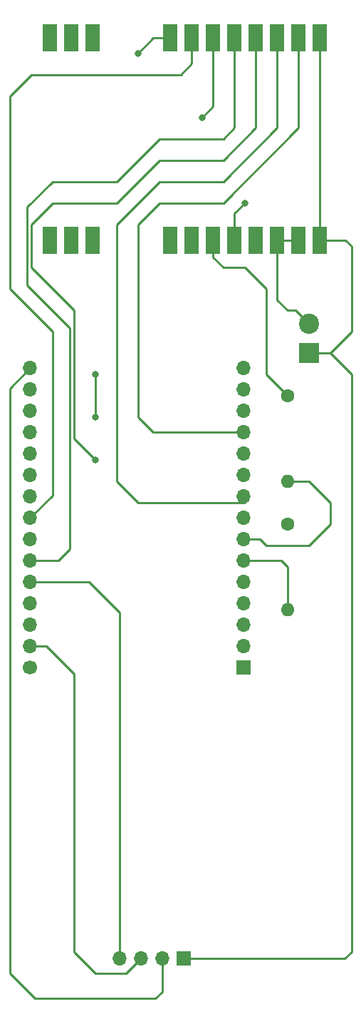
<source format=gbr>
%TF.GenerationSoftware,KiCad,Pcbnew,(6.0.5-0)*%
%TF.CreationDate,2022-05-16T13:23:45-04:00*%
%TF.ProjectId,test_project,74657374-5f70-4726-9f6a-6563742e6b69,rev?*%
%TF.SameCoordinates,Original*%
%TF.FileFunction,Copper,L1,Top*%
%TF.FilePolarity,Positive*%
%FSLAX46Y46*%
G04 Gerber Fmt 4.6, Leading zero omitted, Abs format (unit mm)*
G04 Created by KiCad (PCBNEW (6.0.5-0)) date 2022-05-16 13:23:45*
%MOMM*%
%LPD*%
G01*
G04 APERTURE LIST*
%TA.AperFunction,SMDPad,CuDef*%
%ADD10R,1.800000X3.200000*%
%TD*%
%TA.AperFunction,ComponentPad*%
%ADD11C,1.600000*%
%TD*%
%TA.AperFunction,ComponentPad*%
%ADD12O,1.600000X1.600000*%
%TD*%
%TA.AperFunction,ComponentPad*%
%ADD13R,1.700000X1.700000*%
%TD*%
%TA.AperFunction,ComponentPad*%
%ADD14O,1.700000X1.700000*%
%TD*%
%TA.AperFunction,ComponentPad*%
%ADD15C,1.700000*%
%TD*%
%TA.AperFunction,ComponentPad*%
%ADD16R,2.400000X2.400000*%
%TD*%
%TA.AperFunction,ComponentPad*%
%ADD17C,2.400000*%
%TD*%
%TA.AperFunction,ViaPad*%
%ADD18C,0.800000*%
%TD*%
%TA.AperFunction,Conductor*%
%ADD19C,0.250000*%
%TD*%
G04 APERTURE END LIST*
D10*
%TO.P,U2,1,GND*%
%TO.N,unconnected-(U2-Pad1)*%
X111424000Y-57720000D03*
%TO.P,U2,2,GND*%
%TO.N,unconnected-(U2-Pad2)*%
X113964000Y-57720000D03*
%TO.P,U2,3,GND*%
%TO.N,unconnected-(U2-Pad3)*%
X116504000Y-57720000D03*
%TO.P,U2,4,GND*%
%TO.N,unconnected-(U2-Pad4)*%
X125804000Y-57720000D03*
%TO.P,U2,5,GND*%
%TO.N,unconnected-(U2-Pad5)*%
X128344000Y-57720000D03*
%TO.P,U2,6,RXEN*%
%TO.N,Net-(R2-Pad1)*%
X130884000Y-57720000D03*
%TO.P,U2,7,TXEN*%
%TO.N,Net-(R1-Pad1)*%
X133424000Y-57720000D03*
%TO.P,U2,8,DIO2*%
%TO.N,unconnected-(U2-Pad8)*%
X135964000Y-57720000D03*
%TO.P,U2,9,VCC*%
%TO.N,+5V*%
X138504000Y-57720000D03*
%TO.P,U2,10,VCC*%
X141044000Y-57720000D03*
%TO.P,U2,11,GND*%
%TO.N,GND*%
X143584000Y-57720000D03*
%TO.P,U2,18,GND*%
X143584000Y-33720000D03*
%TO.P,U2,19,DIO1*%
%TO.N,Net-(U1-Pad12)*%
X141044000Y-33720000D03*
%TO.P,U2,20,DIO0*%
%TO.N,Net-(U1-Pad9)*%
X138504000Y-33720000D03*
%TO.P,U2,21,NRST*%
%TO.N,Net-(U1-Pad11)*%
X135964000Y-33720000D03*
%TO.P,U2,22,MISO*%
%TO.N,Net-(U1-Pad25)*%
X133424000Y-33720000D03*
%TO.P,U2,23,MOSI*%
%TO.N,Net-(U1-Pad10)*%
X130884000Y-33720000D03*
%TO.P,U2,24,SCLK*%
%TO.N,Net-(U1-Pad23)*%
X128344000Y-33720000D03*
%TO.P,U2,25,NSS*%
%TO.N,Net-(U1-Pad24)*%
X125804000Y-33720000D03*
%TO.P,U2,26,GND*%
%TO.N,unconnected-(U2-Pad26)*%
X116504000Y-33720000D03*
%TO.P,U2,27,ANT*%
%TO.N,unconnected-(U2-Pad27)*%
X113964000Y-33720000D03*
%TO.P,U2,28,GND*%
%TO.N,unconnected-(U2-Pad28)*%
X111424000Y-33720000D03*
%TD*%
D11*
%TO.P,R2,1*%
%TO.N,Net-(R2-Pad1)*%
X139700000Y-76200000D03*
D12*
%TO.P,R2,2*%
%TO.N,Net-(R2-Pad2)*%
X139700000Y-86360000D03*
%TD*%
D13*
%TO.P,U1,1,EN*%
%TO.N,unconnected-(U1-Pad1)*%
X134507500Y-108492500D03*
D14*
%TO.P,U1,2,VP*%
%TO.N,unconnected-(U1-Pad2)*%
X134507500Y-105952500D03*
%TO.P,U1,3,VN*%
%TO.N,unconnected-(U1-Pad3)*%
X134507500Y-103412500D03*
%TO.P,U1,4,GPIO34*%
%TO.N,unconnected-(U1-Pad4)*%
X134507500Y-100872500D03*
%TO.P,U1,5,GPIO35*%
%TO.N,unconnected-(U1-Pad5)*%
X134507500Y-98332500D03*
%TO.P,U1,6,GPIO32*%
%TO.N,Net-(R1-Pad2)*%
X134507500Y-95792500D03*
%TO.P,U1,7,GPIO33*%
%TO.N,Net-(R2-Pad2)*%
X134507500Y-93252500D03*
%TO.P,U1,8,GPIO25*%
%TO.N,unconnected-(U1-Pad8)*%
X134507500Y-90712500D03*
%TO.P,U1,9,GPIO26*%
%TO.N,Net-(U1-Pad9)*%
X134507500Y-88172500D03*
%TO.P,U1,10,GPIO27*%
%TO.N,Net-(U1-Pad10)*%
X134507500Y-85632500D03*
%TO.P,U1,11,GPIO14*%
%TO.N,Net-(U1-Pad11)*%
X134507500Y-83092500D03*
%TO.P,U1,12,GPIO12*%
%TO.N,Net-(U1-Pad12)*%
X134507500Y-80552500D03*
%TO.P,U1,13,GPIO13*%
%TO.N,unconnected-(U1-Pad13)*%
X134507500Y-78012500D03*
%TO.P,U1,14,GND*%
%TO.N,GND*%
X134507500Y-75472500D03*
%TO.P,U1,15,VIN*%
%TO.N,+5V*%
X134507500Y-72932500D03*
%TO.P,U1,16,3.3V*%
%TO.N,Net-(U1-Pad16)*%
X109107500Y-72932500D03*
%TO.P,U1,17,GND*%
%TO.N,GND*%
X109107500Y-75472500D03*
%TO.P,U1,18,GPIO15*%
%TO.N,unconnected-(U1-Pad18)*%
X109107500Y-78012500D03*
%TO.P,U1,19,GPIO2*%
%TO.N,unconnected-(U1-Pad19)*%
X109107500Y-80552500D03*
%TO.P,U1,20,GPIO4*%
%TO.N,unconnected-(U1-Pad20)*%
X109107500Y-83092500D03*
%TO.P,U1,21,RX2*%
%TO.N,unconnected-(U1-Pad21)*%
X109107500Y-85632500D03*
%TO.P,U1,22,TX2*%
%TO.N,unconnected-(U1-Pad22)*%
X109107500Y-88172500D03*
%TO.P,U1,23,GPIO5*%
%TO.N,Net-(U1-Pad23)*%
X109107500Y-90712500D03*
%TO.P,U1,24,D18/SCK*%
%TO.N,Net-(U1-Pad24)*%
X109107500Y-93252500D03*
%TO.P,U1,25,D19/MISO*%
%TO.N,Net-(U1-Pad25)*%
X109107500Y-95792500D03*
%TO.P,U1,26,D21/SDA*%
%TO.N,Net-(U1-Pad26)*%
X109107500Y-98332500D03*
%TO.P,U1,27,RX0*%
%TO.N,unconnected-(U1-Pad27)*%
X109107500Y-100872500D03*
%TO.P,U1,28,TX0*%
%TO.N,unconnected-(U1-Pad28)*%
X109107500Y-103412500D03*
%TO.P,U1,29,D22/SCL*%
%TO.N,Net-(U1-Pad29)*%
X109107500Y-105952500D03*
D15*
%TO.P,U1,30,D23/MOSI*%
%TO.N,unconnected-(U1-Pad30)*%
X109107500Y-108492500D03*
%TD*%
D11*
%TO.P,R1,1*%
%TO.N,Net-(R1-Pad1)*%
X139700000Y-91440000D03*
D12*
%TO.P,R1,2*%
%TO.N,Net-(R1-Pad2)*%
X139700000Y-101600000D03*
%TD*%
D13*
%TO.P,U3,1,GND*%
%TO.N,GND*%
X127360000Y-143010000D03*
D14*
%TO.P,U3,2,VCC*%
%TO.N,Net-(U1-Pad16)*%
X124820000Y-143010000D03*
%TO.P,U3,3,SCL*%
%TO.N,Net-(U1-Pad29)*%
X122280000Y-143010000D03*
%TO.P,U3,4,SDA*%
%TO.N,Net-(U1-Pad26)*%
X119740000Y-143010000D03*
%TD*%
D16*
%TO.P,J1,1,Pin_1*%
%TO.N,GND*%
X142240000Y-71120000D03*
D17*
%TO.P,J1,2,Pin_2*%
%TO.N,+5V*%
X142240000Y-67620000D03*
%TD*%
D18*
%TO.N,Net-(R1-Pad1)*%
X134620000Y-53340000D03*
%TO.N,Net-(U1-Pad10)*%
X116840000Y-78740000D03*
X129540000Y-43180000D03*
X116840000Y-73660000D03*
%TO.N,Net-(U1-Pad11)*%
X116840000Y-83820000D03*
%TO.N,Net-(U1-Pad24)*%
X121920000Y-35560000D03*
%TD*%
D19*
%TO.N,GND*%
X147320000Y-68580000D02*
X144780000Y-71120000D01*
X147320000Y-142240000D02*
X147320000Y-73660000D01*
X143584000Y-57720000D02*
X146620000Y-57720000D01*
X127360000Y-143010000D02*
X146550000Y-143010000D01*
X146620000Y-57720000D02*
X147320000Y-58420000D01*
X143584000Y-33720000D02*
X143584000Y-57720000D01*
X146550000Y-143010000D02*
X147320000Y-142240000D01*
X147320000Y-58420000D02*
X147320000Y-68580000D01*
X147320000Y-73660000D02*
X144780000Y-71120000D01*
X144780000Y-71120000D02*
X142240000Y-71120000D01*
%TO.N,+5V*%
X142240000Y-67620000D02*
X140660000Y-66040000D01*
X138504000Y-64844000D02*
X138504000Y-57720000D01*
X139700000Y-66040000D02*
X138504000Y-64844000D01*
X138504000Y-57720000D02*
X141044000Y-57720000D01*
X140660000Y-66040000D02*
X139700000Y-66040000D01*
%TO.N,Net-(R1-Pad1)*%
X133424000Y-54536000D02*
X134620000Y-53340000D01*
X133424000Y-57720000D02*
X133424000Y-54536000D01*
%TO.N,Net-(R1-Pad2)*%
X139700000Y-96520000D02*
X139700000Y-101600000D01*
X134507500Y-95792500D02*
X138972500Y-95792500D01*
X138972500Y-95792500D02*
X139700000Y-96520000D01*
%TO.N,Net-(R2-Pad1)*%
X130884000Y-59764000D02*
X130884000Y-57720000D01*
X137160000Y-63500000D02*
X134620000Y-60960000D01*
X139700000Y-76200000D02*
X137160000Y-73660000D01*
X134620000Y-60960000D02*
X132080000Y-60960000D01*
X132080000Y-60960000D02*
X130884000Y-59764000D01*
X137160000Y-73660000D02*
X137160000Y-63500000D01*
%TO.N,Net-(R2-Pad2)*%
X136432500Y-93252500D02*
X134507500Y-93252500D01*
X139700000Y-86360000D02*
X142240000Y-86360000D01*
X137160000Y-93980000D02*
X136432500Y-93252500D01*
X144780000Y-88900000D02*
X144780000Y-91440000D01*
X142240000Y-93980000D02*
X137160000Y-93980000D01*
X144780000Y-91440000D02*
X142240000Y-93980000D01*
X142240000Y-86360000D02*
X144780000Y-88900000D01*
%TO.N,Net-(U1-Pad9)*%
X132080000Y-50800000D02*
X124460000Y-50800000D01*
X119380000Y-86360000D02*
X121920000Y-88900000D01*
X119380000Y-55880000D02*
X119380000Y-86360000D01*
X134620000Y-88285000D02*
X134507500Y-88172500D01*
X121920000Y-88900000D02*
X134620000Y-88900000D01*
X138504000Y-33720000D02*
X138504000Y-44376000D01*
X124460000Y-50800000D02*
X119380000Y-55880000D01*
X134620000Y-88900000D02*
X134620000Y-88285000D01*
X138504000Y-44376000D02*
X132080000Y-50800000D01*
%TO.N,Net-(U1-Pad10)*%
X130884000Y-33720000D02*
X130884000Y-41836000D01*
X116840000Y-78740000D02*
X116840000Y-73660000D01*
X130884000Y-41836000D02*
X129540000Y-43180000D01*
%TO.N,Net-(U1-Pad11)*%
X114300000Y-81280000D02*
X116840000Y-83820000D01*
X119380000Y-53340000D02*
X111760000Y-53340000D01*
X124460000Y-48260000D02*
X119380000Y-53340000D01*
X135964000Y-33720000D02*
X135964000Y-44376000D01*
X132080000Y-48260000D02*
X124460000Y-48260000D01*
X109220000Y-55880000D02*
X109220000Y-60960000D01*
X114300000Y-66040000D02*
X114300000Y-81280000D01*
X135964000Y-44376000D02*
X132080000Y-48260000D01*
X111760000Y-53340000D02*
X109220000Y-55880000D01*
X109220000Y-60960000D02*
X114300000Y-66040000D01*
%TO.N,Net-(U1-Pad12)*%
X141044000Y-33720000D02*
X141044000Y-44376000D01*
X141044000Y-44376000D02*
X132080000Y-53340000D01*
X132080000Y-53340000D02*
X124460000Y-53340000D01*
X124460000Y-53340000D02*
X121920000Y-55880000D01*
X123732500Y-80552500D02*
X134507500Y-80552500D01*
X121920000Y-55880000D02*
X121920000Y-78740000D01*
X121920000Y-78740000D02*
X123732500Y-80552500D01*
%TO.N,Net-(U1-Pad16)*%
X124010480Y-147769520D02*
X109669520Y-147769520D01*
X124820000Y-146960000D02*
X124010480Y-147769520D01*
X106680000Y-75360000D02*
X109107500Y-72932500D01*
X109669520Y-147769520D02*
X106680000Y-144780000D01*
X124820000Y-143010000D02*
X124820000Y-146960000D01*
X106680000Y-144780000D02*
X106680000Y-75360000D01*
%TO.N,Net-(U1-Pad23)*%
X109107500Y-90712500D02*
X111760000Y-88060000D01*
X128344000Y-36756000D02*
X128344000Y-33720000D01*
X111760000Y-88060000D02*
X111760000Y-68580000D01*
X111760000Y-68580000D02*
X106680000Y-63500000D01*
X106680000Y-63500000D02*
X106680000Y-40640000D01*
X127000000Y-38100000D02*
X128344000Y-36756000D01*
X106680000Y-40640000D02*
X109220000Y-38100000D01*
X109220000Y-38100000D02*
X127000000Y-38100000D01*
%TO.N,Net-(U1-Pad24)*%
X125804000Y-33720000D02*
X123760000Y-33720000D01*
X123760000Y-33720000D02*
X121920000Y-35560000D01*
%TO.N,Net-(U1-Pad25)*%
X133424000Y-44376000D02*
X132080000Y-45720000D01*
X113850480Y-68130480D02*
X113850480Y-94429520D01*
X108770480Y-53789520D02*
X108770480Y-63050480D01*
X119380000Y-50800000D02*
X111760000Y-50800000D01*
X111760000Y-50800000D02*
X108770480Y-53789520D01*
X132080000Y-45720000D02*
X124460000Y-45720000D01*
X108770480Y-63050480D02*
X113850480Y-68130480D01*
X124460000Y-45720000D02*
X119380000Y-50800000D01*
X112487500Y-95792500D02*
X113850480Y-94429520D01*
X133424000Y-33720000D02*
X133424000Y-44376000D01*
X109107500Y-95792500D02*
X112487500Y-95792500D01*
%TO.N,Net-(U1-Pad26)*%
X119740000Y-101960000D02*
X116112500Y-98332500D01*
X119740000Y-143010000D02*
X119740000Y-101960000D01*
X116112500Y-98332500D02*
X109107500Y-98332500D01*
%TO.N,Net-(U1-Pad29)*%
X111032500Y-105952500D02*
X109107500Y-105952500D01*
X114300000Y-109220000D02*
X111032500Y-105952500D01*
X120510000Y-144780000D02*
X116840000Y-144780000D01*
X122280000Y-143010000D02*
X120510000Y-144780000D01*
X114300000Y-142240000D02*
X114300000Y-109220000D01*
X116840000Y-144780000D02*
X114300000Y-142240000D01*
%TD*%
M02*

</source>
